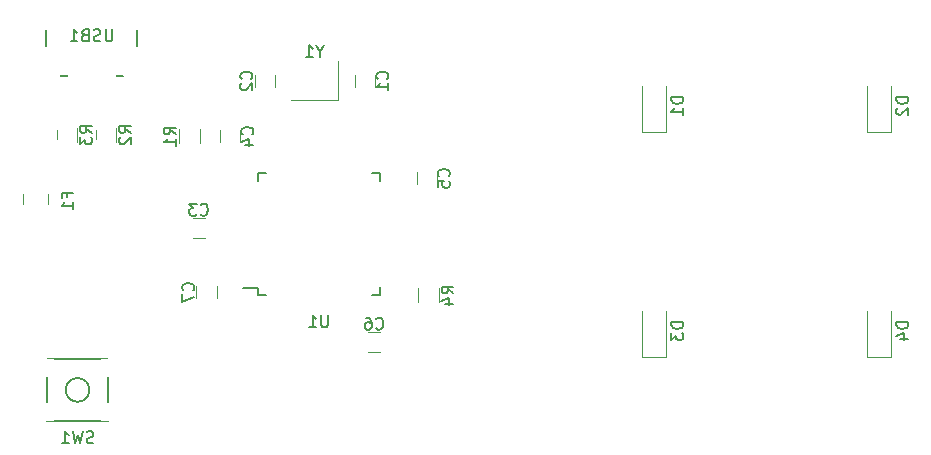
<source format=gbo>
G04 #@! TF.GenerationSoftware,KiCad,Pcbnew,(5.1.2)-1*
G04 #@! TF.CreationDate,2019-06-01T19:46:23-07:00*
G04 #@! TF.ProjectId,ai03-pcb-guide,61693033-2d70-4636-922d-67756964652e,rev?*
G04 #@! TF.SameCoordinates,Original*
G04 #@! TF.FileFunction,Legend,Bot*
G04 #@! TF.FilePolarity,Positive*
%FSLAX46Y46*%
G04 Gerber Fmt 4.6, Leading zero omitted, Abs format (unit mm)*
G04 Created by KiCad (PCBNEW (5.1.2)-1) date 2019-06-01 19:46:23*
%MOMM*%
%LPD*%
G04 APERTURE LIST*
%ADD10C,0.120000*%
%ADD11C,0.150000*%
%ADD12R,1.800000X1.600000*%
%ADD13R,1.900000X0.950000*%
%ADD14R,0.950000X1.900000*%
%ADD15C,2.150000*%
%ADD16R,2.305000X2.305000*%
%ADD17C,2.305000*%
%ADD18C,2.650000*%
%ADD19C,4.387800*%
%ADD20C,2.650000*%
%ADD21R,1.650000X1.400000*%
%ADD22R,1.400000X1.650000*%
%ADD23R,1.600000X1.300000*%
%ADD24R,2.430000X1.540000*%
%ADD25R,1.700000X1.100000*%
%ADD26R,2.200000X1.500000*%
%ADD27R,0.900000X2.650000*%
%ADD28O,2.100000X3.100000*%
G04 APERTURE END LIST*
D10*
X60547000Y-67692000D02*
X60547000Y-70992000D01*
X60547000Y-70992000D02*
X56547000Y-70992000D01*
D11*
X53753000Y-87471000D02*
X53753000Y-86896000D01*
X64103000Y-87471000D02*
X64103000Y-86796000D01*
X64103000Y-77121000D02*
X64103000Y-77796000D01*
X53753000Y-77121000D02*
X53753000Y-77796000D01*
X53753000Y-87471000D02*
X54428000Y-87471000D01*
X53753000Y-77121000D02*
X54428000Y-77121000D01*
X64103000Y-77121000D02*
X63428000Y-77121000D01*
X64103000Y-87471000D02*
X63428000Y-87471000D01*
X53753000Y-86896000D02*
X52478000Y-86896000D01*
D10*
X63683250Y-68842000D02*
X63683250Y-69842000D01*
X61983250Y-69842000D02*
X61983250Y-68842000D01*
X55174250Y-68842000D02*
X55174250Y-69842000D01*
X53474250Y-69842000D02*
X53474250Y-68842000D01*
X49236250Y-82638000D02*
X48236250Y-82638000D01*
X48236250Y-80938000D02*
X49236250Y-80938000D01*
X50553250Y-74541000D02*
X50553250Y-73541000D01*
X52253250Y-73541000D02*
X52253250Y-74541000D01*
X68890250Y-77097000D02*
X68890250Y-78097000D01*
X67190250Y-78097000D02*
X67190250Y-77097000D01*
X64095250Y-92290000D02*
X63095250Y-92290000D01*
X63095250Y-90590000D02*
X64095250Y-90590000D01*
X48553000Y-87749000D02*
X48553000Y-86749000D01*
X50253000Y-86749000D02*
X50253000Y-87749000D01*
X88312500Y-73687500D02*
X86312500Y-73687500D01*
X86312500Y-73687500D02*
X86312500Y-69787500D01*
X88312500Y-73687500D02*
X88312500Y-69787500D01*
X107362500Y-73687500D02*
X107362500Y-69787500D01*
X105362500Y-73687500D02*
X105362500Y-69787500D01*
X107362500Y-73687500D02*
X105362500Y-73687500D01*
X88312500Y-92737500D02*
X86312500Y-92737500D01*
X86312500Y-92737500D02*
X86312500Y-88837500D01*
X88312500Y-92737500D02*
X88312500Y-88837500D01*
X107362500Y-92737500D02*
X107362500Y-88837500D01*
X105362500Y-92737500D02*
X105362500Y-88837500D01*
X107362500Y-92737500D02*
X105362500Y-92737500D01*
X35995000Y-80375000D02*
X35995000Y-78375000D01*
X33855000Y-78375000D02*
X33855000Y-80375000D01*
X48854250Y-74641000D02*
X48854250Y-73441000D01*
X47094250Y-73441000D02*
X47094250Y-74641000D01*
X40014000Y-73314000D02*
X40014000Y-74514000D01*
X41774000Y-74514000D02*
X41774000Y-73314000D01*
X38472000Y-74514000D02*
X38472000Y-73314000D01*
X36712000Y-73314000D02*
X36712000Y-74514000D01*
X69079000Y-88103000D02*
X69079000Y-86903000D01*
X67319000Y-86903000D02*
X67319000Y-88103000D01*
D11*
X39484001Y-95507845D02*
G75*
G03X39484001Y-95507845I-1000000J0D01*
G01*
X41084001Y-98107845D02*
X41084001Y-92907845D01*
X35884001Y-98107845D02*
X41084001Y-98107845D01*
X35884001Y-92907845D02*
X35884001Y-98107845D01*
X41084001Y-92907845D02*
X35884001Y-92907845D01*
X35837500Y-68950000D02*
X43537500Y-68950000D01*
X43537500Y-63500000D02*
X43537500Y-68950000D01*
X35837500Y-63500000D02*
X35837500Y-68950000D01*
X59023190Y-66868190D02*
X59023190Y-67344380D01*
X59356523Y-66344380D02*
X59023190Y-66868190D01*
X58689857Y-66344380D01*
X57832714Y-67344380D02*
X58404142Y-67344380D01*
X58118428Y-67344380D02*
X58118428Y-66344380D01*
X58213666Y-66487238D01*
X58308904Y-66582476D01*
X58404142Y-66630095D01*
X59689904Y-89198380D02*
X59689904Y-90007904D01*
X59642285Y-90103142D01*
X59594666Y-90150761D01*
X59499428Y-90198380D01*
X59308952Y-90198380D01*
X59213714Y-90150761D01*
X59166095Y-90103142D01*
X59118476Y-90007904D01*
X59118476Y-89198380D01*
X58118476Y-90198380D02*
X58689904Y-90198380D01*
X58404190Y-90198380D02*
X58404190Y-89198380D01*
X58499428Y-89341238D01*
X58594666Y-89436476D01*
X58689904Y-89484095D01*
X64690392Y-69175333D02*
X64738011Y-69127714D01*
X64785630Y-68984857D01*
X64785630Y-68889619D01*
X64738011Y-68746761D01*
X64642773Y-68651523D01*
X64547535Y-68603904D01*
X64357059Y-68556285D01*
X64214202Y-68556285D01*
X64023726Y-68603904D01*
X63928488Y-68651523D01*
X63833250Y-68746761D01*
X63785630Y-68889619D01*
X63785630Y-68984857D01*
X63833250Y-69127714D01*
X63880869Y-69175333D01*
X64785630Y-70127714D02*
X64785630Y-69556285D01*
X64785630Y-69842000D02*
X63785630Y-69842000D01*
X63928488Y-69746761D01*
X64023726Y-69651523D01*
X64071345Y-69556285D01*
X53181392Y-69175333D02*
X53229011Y-69127714D01*
X53276630Y-68984857D01*
X53276630Y-68889619D01*
X53229011Y-68746761D01*
X53133773Y-68651523D01*
X53038535Y-68603904D01*
X52848059Y-68556285D01*
X52705202Y-68556285D01*
X52514726Y-68603904D01*
X52419488Y-68651523D01*
X52324250Y-68746761D01*
X52276630Y-68889619D01*
X52276630Y-68984857D01*
X52324250Y-69127714D01*
X52371869Y-69175333D01*
X52371869Y-69556285D02*
X52324250Y-69603904D01*
X52276630Y-69699142D01*
X52276630Y-69937238D01*
X52324250Y-70032476D01*
X52371869Y-70080095D01*
X52467107Y-70127714D01*
X52562345Y-70127714D01*
X52705202Y-70080095D01*
X53276630Y-69508666D01*
X53276630Y-70127714D01*
X48902916Y-80645142D02*
X48950535Y-80692761D01*
X49093392Y-80740380D01*
X49188630Y-80740380D01*
X49331488Y-80692761D01*
X49426726Y-80597523D01*
X49474345Y-80502285D01*
X49521964Y-80311809D01*
X49521964Y-80168952D01*
X49474345Y-79978476D01*
X49426726Y-79883238D01*
X49331488Y-79788000D01*
X49188630Y-79740380D01*
X49093392Y-79740380D01*
X48950535Y-79788000D01*
X48902916Y-79835619D01*
X48569583Y-79740380D02*
X47950535Y-79740380D01*
X48283869Y-80121333D01*
X48141011Y-80121333D01*
X48045773Y-80168952D01*
X47998154Y-80216571D01*
X47950535Y-80311809D01*
X47950535Y-80549904D01*
X47998154Y-80645142D01*
X48045773Y-80692761D01*
X48141011Y-80740380D01*
X48426726Y-80740380D01*
X48521964Y-80692761D01*
X48569583Y-80645142D01*
X53260392Y-73874333D02*
X53308011Y-73826714D01*
X53355630Y-73683857D01*
X53355630Y-73588619D01*
X53308011Y-73445761D01*
X53212773Y-73350523D01*
X53117535Y-73302904D01*
X52927059Y-73255285D01*
X52784202Y-73255285D01*
X52593726Y-73302904D01*
X52498488Y-73350523D01*
X52403250Y-73445761D01*
X52355630Y-73588619D01*
X52355630Y-73683857D01*
X52403250Y-73826714D01*
X52450869Y-73874333D01*
X52688964Y-74731476D02*
X53355630Y-74731476D01*
X52308011Y-74493380D02*
X53022297Y-74255285D01*
X53022297Y-74874333D01*
X69897392Y-77430333D02*
X69945011Y-77382714D01*
X69992630Y-77239857D01*
X69992630Y-77144619D01*
X69945011Y-77001761D01*
X69849773Y-76906523D01*
X69754535Y-76858904D01*
X69564059Y-76811285D01*
X69421202Y-76811285D01*
X69230726Y-76858904D01*
X69135488Y-76906523D01*
X69040250Y-77001761D01*
X68992630Y-77144619D01*
X68992630Y-77239857D01*
X69040250Y-77382714D01*
X69087869Y-77430333D01*
X68992630Y-78335095D02*
X68992630Y-77858904D01*
X69468821Y-77811285D01*
X69421202Y-77858904D01*
X69373583Y-77954142D01*
X69373583Y-78192238D01*
X69421202Y-78287476D01*
X69468821Y-78335095D01*
X69564059Y-78382714D01*
X69802154Y-78382714D01*
X69897392Y-78335095D01*
X69945011Y-78287476D01*
X69992630Y-78192238D01*
X69992630Y-77954142D01*
X69945011Y-77858904D01*
X69897392Y-77811285D01*
X63761916Y-90297142D02*
X63809535Y-90344761D01*
X63952392Y-90392380D01*
X64047630Y-90392380D01*
X64190488Y-90344761D01*
X64285726Y-90249523D01*
X64333345Y-90154285D01*
X64380964Y-89963809D01*
X64380964Y-89820952D01*
X64333345Y-89630476D01*
X64285726Y-89535238D01*
X64190488Y-89440000D01*
X64047630Y-89392380D01*
X63952392Y-89392380D01*
X63809535Y-89440000D01*
X63761916Y-89487619D01*
X62904773Y-89392380D02*
X63095250Y-89392380D01*
X63190488Y-89440000D01*
X63238107Y-89487619D01*
X63333345Y-89630476D01*
X63380964Y-89820952D01*
X63380964Y-90201904D01*
X63333345Y-90297142D01*
X63285726Y-90344761D01*
X63190488Y-90392380D01*
X63000011Y-90392380D01*
X62904773Y-90344761D01*
X62857154Y-90297142D01*
X62809535Y-90201904D01*
X62809535Y-89963809D01*
X62857154Y-89868571D01*
X62904773Y-89820952D01*
X63000011Y-89773333D01*
X63190488Y-89773333D01*
X63285726Y-89820952D01*
X63333345Y-89868571D01*
X63380964Y-89963809D01*
X48260142Y-87082333D02*
X48307761Y-87034714D01*
X48355380Y-86891857D01*
X48355380Y-86796619D01*
X48307761Y-86653761D01*
X48212523Y-86558523D01*
X48117285Y-86510904D01*
X47926809Y-86463285D01*
X47783952Y-86463285D01*
X47593476Y-86510904D01*
X47498238Y-86558523D01*
X47403000Y-86653761D01*
X47355380Y-86796619D01*
X47355380Y-86891857D01*
X47403000Y-87034714D01*
X47450619Y-87082333D01*
X47355380Y-87415666D02*
X47355380Y-88082333D01*
X48355380Y-87653761D01*
X89764880Y-70699404D02*
X88764880Y-70699404D01*
X88764880Y-70937500D01*
X88812500Y-71080357D01*
X88907738Y-71175595D01*
X89002976Y-71223214D01*
X89193452Y-71270833D01*
X89336309Y-71270833D01*
X89526785Y-71223214D01*
X89622023Y-71175595D01*
X89717261Y-71080357D01*
X89764880Y-70937500D01*
X89764880Y-70699404D01*
X89764880Y-72223214D02*
X89764880Y-71651785D01*
X89764880Y-71937500D02*
X88764880Y-71937500D01*
X88907738Y-71842261D01*
X89002976Y-71747023D01*
X89050595Y-71651785D01*
X108814880Y-70699404D02*
X107814880Y-70699404D01*
X107814880Y-70937500D01*
X107862500Y-71080357D01*
X107957738Y-71175595D01*
X108052976Y-71223214D01*
X108243452Y-71270833D01*
X108386309Y-71270833D01*
X108576785Y-71223214D01*
X108672023Y-71175595D01*
X108767261Y-71080357D01*
X108814880Y-70937500D01*
X108814880Y-70699404D01*
X107910119Y-71651785D02*
X107862500Y-71699404D01*
X107814880Y-71794642D01*
X107814880Y-72032738D01*
X107862500Y-72127976D01*
X107910119Y-72175595D01*
X108005357Y-72223214D01*
X108100595Y-72223214D01*
X108243452Y-72175595D01*
X108814880Y-71604166D01*
X108814880Y-72223214D01*
X89764880Y-89749404D02*
X88764880Y-89749404D01*
X88764880Y-89987500D01*
X88812500Y-90130357D01*
X88907738Y-90225595D01*
X89002976Y-90273214D01*
X89193452Y-90320833D01*
X89336309Y-90320833D01*
X89526785Y-90273214D01*
X89622023Y-90225595D01*
X89717261Y-90130357D01*
X89764880Y-89987500D01*
X89764880Y-89749404D01*
X88764880Y-90654166D02*
X88764880Y-91273214D01*
X89145833Y-90939880D01*
X89145833Y-91082738D01*
X89193452Y-91177976D01*
X89241071Y-91225595D01*
X89336309Y-91273214D01*
X89574404Y-91273214D01*
X89669642Y-91225595D01*
X89717261Y-91177976D01*
X89764880Y-91082738D01*
X89764880Y-90797023D01*
X89717261Y-90701785D01*
X89669642Y-90654166D01*
X108814880Y-89749404D02*
X107814880Y-89749404D01*
X107814880Y-89987500D01*
X107862500Y-90130357D01*
X107957738Y-90225595D01*
X108052976Y-90273214D01*
X108243452Y-90320833D01*
X108386309Y-90320833D01*
X108576785Y-90273214D01*
X108672023Y-90225595D01*
X108767261Y-90130357D01*
X108814880Y-89987500D01*
X108814880Y-89749404D01*
X108148214Y-91177976D02*
X108814880Y-91177976D01*
X107767261Y-90939880D02*
X108481547Y-90701785D01*
X108481547Y-91320833D01*
X37603571Y-79141666D02*
X37603571Y-78808333D01*
X38127380Y-78808333D02*
X37127380Y-78808333D01*
X37127380Y-79284523D01*
X38127380Y-80189285D02*
X38127380Y-79617857D01*
X38127380Y-79903571D02*
X37127380Y-79903571D01*
X37270238Y-79808333D01*
X37365476Y-79713095D01*
X37413095Y-79617857D01*
X46776630Y-73874333D02*
X46300440Y-73541000D01*
X46776630Y-73302904D02*
X45776630Y-73302904D01*
X45776630Y-73683857D01*
X45824250Y-73779095D01*
X45871869Y-73826714D01*
X45967107Y-73874333D01*
X46109964Y-73874333D01*
X46205202Y-73826714D01*
X46252821Y-73779095D01*
X46300440Y-73683857D01*
X46300440Y-73302904D01*
X46776630Y-74826714D02*
X46776630Y-74255285D01*
X46776630Y-74541000D02*
X45776630Y-74541000D01*
X45919488Y-74445761D01*
X46014726Y-74350523D01*
X46062345Y-74255285D01*
X42996380Y-73747333D02*
X42520190Y-73414000D01*
X42996380Y-73175904D02*
X41996380Y-73175904D01*
X41996380Y-73556857D01*
X42044000Y-73652095D01*
X42091619Y-73699714D01*
X42186857Y-73747333D01*
X42329714Y-73747333D01*
X42424952Y-73699714D01*
X42472571Y-73652095D01*
X42520190Y-73556857D01*
X42520190Y-73175904D01*
X42091619Y-74128285D02*
X42044000Y-74175904D01*
X41996380Y-74271142D01*
X41996380Y-74509238D01*
X42044000Y-74604476D01*
X42091619Y-74652095D01*
X42186857Y-74699714D01*
X42282095Y-74699714D01*
X42424952Y-74652095D01*
X42996380Y-74080666D01*
X42996380Y-74699714D01*
X39694380Y-73747333D02*
X39218190Y-73414000D01*
X39694380Y-73175904D02*
X38694380Y-73175904D01*
X38694380Y-73556857D01*
X38742000Y-73652095D01*
X38789619Y-73699714D01*
X38884857Y-73747333D01*
X39027714Y-73747333D01*
X39122952Y-73699714D01*
X39170571Y-73652095D01*
X39218190Y-73556857D01*
X39218190Y-73175904D01*
X38694380Y-74080666D02*
X38694380Y-74699714D01*
X39075333Y-74366380D01*
X39075333Y-74509238D01*
X39122952Y-74604476D01*
X39170571Y-74652095D01*
X39265809Y-74699714D01*
X39503904Y-74699714D01*
X39599142Y-74652095D01*
X39646761Y-74604476D01*
X39694380Y-74509238D01*
X39694380Y-74223523D01*
X39646761Y-74128285D01*
X39599142Y-74080666D01*
X70301380Y-87336333D02*
X69825190Y-87003000D01*
X70301380Y-86764904D02*
X69301380Y-86764904D01*
X69301380Y-87145857D01*
X69349000Y-87241095D01*
X69396619Y-87288714D01*
X69491857Y-87336333D01*
X69634714Y-87336333D01*
X69729952Y-87288714D01*
X69777571Y-87241095D01*
X69825190Y-87145857D01*
X69825190Y-86764904D01*
X69634714Y-88193476D02*
X70301380Y-88193476D01*
X69253761Y-87955380D02*
X69968047Y-87717285D01*
X69968047Y-88336333D01*
X39817334Y-99976606D02*
X39674477Y-100024225D01*
X39436381Y-100024225D01*
X39341143Y-99976606D01*
X39293524Y-99928987D01*
X39245905Y-99833749D01*
X39245905Y-99738511D01*
X39293524Y-99643273D01*
X39341143Y-99595654D01*
X39436381Y-99548035D01*
X39626858Y-99500416D01*
X39722096Y-99452797D01*
X39769715Y-99405178D01*
X39817334Y-99309940D01*
X39817334Y-99214702D01*
X39769715Y-99119464D01*
X39722096Y-99071845D01*
X39626858Y-99024225D01*
X39388762Y-99024225D01*
X39245905Y-99071845D01*
X38912572Y-99024225D02*
X38674477Y-100024225D01*
X38484001Y-99309940D01*
X38293524Y-100024225D01*
X38055429Y-99024225D01*
X37150667Y-100024225D02*
X37722096Y-100024225D01*
X37436381Y-100024225D02*
X37436381Y-99024225D01*
X37531620Y-99167083D01*
X37626858Y-99262321D01*
X37722096Y-99309940D01*
X41425595Y-64984380D02*
X41425595Y-65793904D01*
X41377976Y-65889142D01*
X41330357Y-65936761D01*
X41235119Y-65984380D01*
X41044642Y-65984380D01*
X40949404Y-65936761D01*
X40901785Y-65889142D01*
X40854166Y-65793904D01*
X40854166Y-64984380D01*
X40425595Y-65936761D02*
X40282738Y-65984380D01*
X40044642Y-65984380D01*
X39949404Y-65936761D01*
X39901785Y-65889142D01*
X39854166Y-65793904D01*
X39854166Y-65698666D01*
X39901785Y-65603428D01*
X39949404Y-65555809D01*
X40044642Y-65508190D01*
X40235119Y-65460571D01*
X40330357Y-65412952D01*
X40377976Y-65365333D01*
X40425595Y-65270095D01*
X40425595Y-65174857D01*
X40377976Y-65079619D01*
X40330357Y-65032000D01*
X40235119Y-64984380D01*
X39997023Y-64984380D01*
X39854166Y-65032000D01*
X39092261Y-65460571D02*
X38949404Y-65508190D01*
X38901785Y-65555809D01*
X38854166Y-65651047D01*
X38854166Y-65793904D01*
X38901785Y-65889142D01*
X38949404Y-65936761D01*
X39044642Y-65984380D01*
X39425595Y-65984380D01*
X39425595Y-64984380D01*
X39092261Y-64984380D01*
X38997023Y-65032000D01*
X38949404Y-65079619D01*
X38901785Y-65174857D01*
X38901785Y-65270095D01*
X38949404Y-65365333D01*
X38997023Y-65412952D01*
X39092261Y-65460571D01*
X39425595Y-65460571D01*
X37901785Y-65984380D02*
X38473214Y-65984380D01*
X38187500Y-65984380D02*
X38187500Y-64984380D01*
X38282738Y-65127238D01*
X38377976Y-65222476D01*
X38473214Y-65270095D01*
%LPC*%
D12*
X59647000Y-70192000D03*
X57447000Y-70192000D03*
X57447000Y-68492000D03*
X59647000Y-68492000D03*
D13*
X53228000Y-86296000D03*
X53228000Y-85496000D03*
X53228000Y-84696000D03*
X53228000Y-83896000D03*
X53228000Y-83096000D03*
X53228000Y-82296000D03*
X53228000Y-81496000D03*
X53228000Y-80696000D03*
X53228000Y-79896000D03*
X53228000Y-79096000D03*
X53228000Y-78296000D03*
D14*
X54928000Y-76596000D03*
X55728000Y-76596000D03*
X56528000Y-76596000D03*
X57328000Y-76596000D03*
X58128000Y-76596000D03*
X58928000Y-76596000D03*
X59728000Y-76596000D03*
X60528000Y-76596000D03*
X61328000Y-76596000D03*
X62128000Y-76596000D03*
X62928000Y-76596000D03*
D13*
X64628000Y-78296000D03*
X64628000Y-79096000D03*
X64628000Y-79896000D03*
X64628000Y-80696000D03*
X64628000Y-81496000D03*
X64628000Y-82296000D03*
X64628000Y-83096000D03*
X64628000Y-83896000D03*
X64628000Y-84696000D03*
X64628000Y-85496000D03*
X64628000Y-86296000D03*
D14*
X62928000Y-87996000D03*
X62128000Y-87996000D03*
X61328000Y-87996000D03*
X60528000Y-87996000D03*
X59728000Y-87996000D03*
X58928000Y-87996000D03*
X58128000Y-87996000D03*
X57328000Y-87996000D03*
X56528000Y-87996000D03*
X55728000Y-87996000D03*
X54928000Y-87996000D03*
D15*
X103505000Y-90487500D03*
X93345000Y-90487500D03*
D16*
X99695000Y-95567500D03*
D17*
X97155000Y-95567500D03*
D18*
X95925000Y-86487500D03*
D19*
X98425000Y-90487500D03*
D18*
X95270001Y-87217500D03*
D20*
X94615000Y-87947500D02*
X95925002Y-86487500D01*
D18*
X100965000Y-85407500D03*
X100945000Y-85697500D03*
D20*
X100925000Y-85987500D02*
X100965000Y-85407500D01*
D15*
X84455000Y-90487500D03*
X74295000Y-90487500D03*
D16*
X80645000Y-95567500D03*
D17*
X78105000Y-95567500D03*
D18*
X76875000Y-86487500D03*
D19*
X79375000Y-90487500D03*
D18*
X76220001Y-87217500D03*
D20*
X75565000Y-87947500D02*
X76875002Y-86487500D01*
D18*
X81915000Y-85407500D03*
X81895000Y-85697500D03*
D20*
X81875000Y-85987500D02*
X81915000Y-85407500D01*
D15*
X103505000Y-71437500D03*
X93345000Y-71437500D03*
D16*
X99695000Y-76517500D03*
D17*
X97155000Y-76517500D03*
D18*
X95925000Y-67437500D03*
D19*
X98425000Y-71437500D03*
D18*
X95270001Y-68167500D03*
D20*
X94615000Y-68897500D02*
X95925002Y-67437500D01*
D18*
X100965000Y-66357500D03*
X100945000Y-66647500D03*
D20*
X100925000Y-66937500D02*
X100965000Y-66357500D01*
D15*
X84455000Y-71437500D03*
X74295000Y-71437500D03*
D16*
X80645000Y-76517500D03*
D17*
X78105000Y-76517500D03*
D18*
X76875000Y-67437500D03*
D19*
X79375000Y-71437500D03*
D18*
X76220001Y-68167500D03*
D20*
X75565000Y-68897500D02*
X76875002Y-67437500D01*
D18*
X81915000Y-66357500D03*
X81895000Y-66647500D03*
D20*
X81875000Y-66937500D02*
X81915000Y-66357500D01*
D21*
X62833250Y-70342000D03*
X62833250Y-68342000D03*
X54324250Y-70342000D03*
X54324250Y-68342000D03*
D22*
X47736250Y-81788000D03*
X49736250Y-81788000D03*
D21*
X51403250Y-73041000D03*
X51403250Y-75041000D03*
X68040250Y-78597000D03*
X68040250Y-76597000D03*
D22*
X62595250Y-91440000D03*
X64595250Y-91440000D03*
D21*
X49403000Y-86249000D03*
X49403000Y-88249000D03*
D23*
X87312500Y-73087500D03*
X87312500Y-69787500D03*
X106362500Y-69787500D03*
X106362500Y-73087500D03*
X87312500Y-92137500D03*
X87312500Y-88837500D03*
X106362500Y-88837500D03*
X106362500Y-92137500D03*
D24*
X34925000Y-78175000D03*
X34925000Y-80575000D03*
D25*
X47974250Y-73091000D03*
X47974250Y-74991000D03*
X40894000Y-74864000D03*
X40894000Y-72964000D03*
X37592000Y-72964000D03*
X37592000Y-74864000D03*
X68199000Y-86553000D03*
X68199000Y-88453000D03*
D26*
X35384001Y-97357845D03*
X41584001Y-93657845D03*
X35384001Y-93657845D03*
X41584001Y-97357845D03*
D27*
X41287500Y-68000000D03*
X40487500Y-68000000D03*
X39687500Y-68000000D03*
X38887500Y-68000000D03*
X38087500Y-68000000D03*
D28*
X36037500Y-68000000D03*
X43337500Y-68000000D03*
X43337500Y-63500000D03*
X36037500Y-63500000D03*
M02*

</source>
